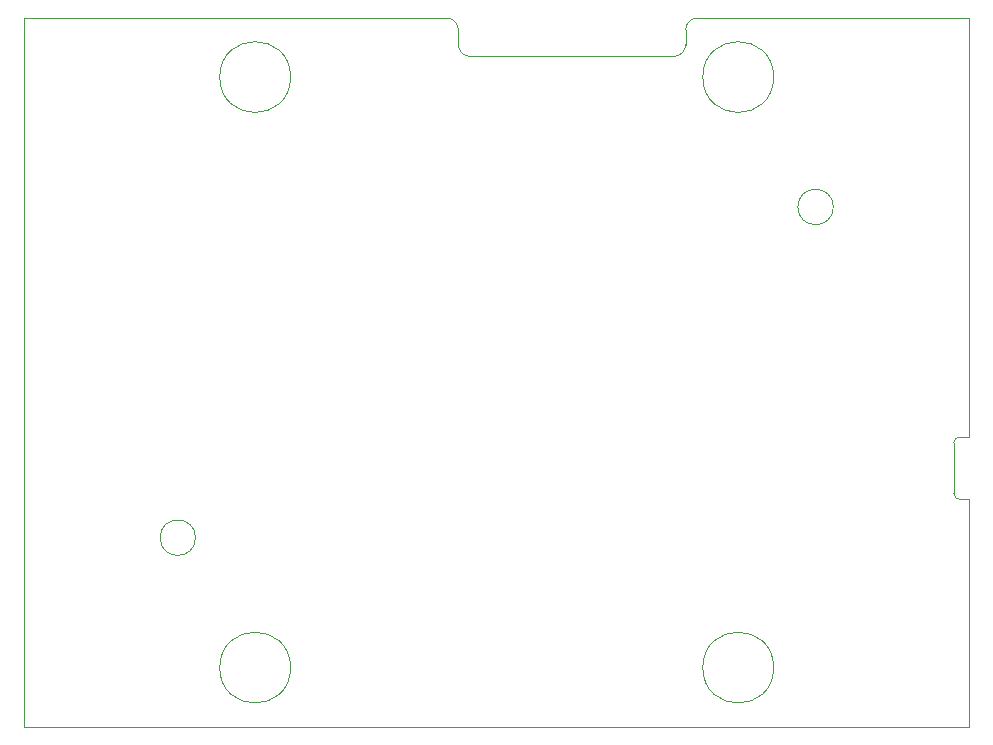
<source format=gbr>
%TF.GenerationSoftware,KiCad,Pcbnew,7.0.7*%
%TF.CreationDate,2024-07-14T10:34:44+05:00*%
%TF.ProjectId,ZXMagic F411,5a584d61-6769-4632-9046-3431312e6b69,rev?*%
%TF.SameCoordinates,Original*%
%TF.FileFunction,Profile,NP*%
%FSLAX46Y46*%
G04 Gerber Fmt 4.6, Leading zero omitted, Abs format (unit mm)*
G04 Created by KiCad (PCBNEW 7.0.7) date 2024-07-14 10:34:44*
%MOMM*%
%LPD*%
G01*
G04 APERTURE LIST*
%TA.AperFunction,Profile*%
%ADD10C,0.100000*%
%TD*%
G04 APERTURE END LIST*
D10*
X96750000Y-21000000D02*
G75*
G03*
X95750000Y-20000000I-1000000J0D01*
G01*
X117000000Y-20000000D02*
G75*
G03*
X116000000Y-21000000I0J-1000000D01*
G01*
X138700000Y-55970000D02*
X138700000Y-60260000D01*
X140000000Y-20000000D02*
X140000000Y-55470000D01*
X82550000Y-25000000D02*
G75*
G03*
X82550000Y-25000000I-3000000J0D01*
G01*
X140000000Y-20000000D02*
X117000000Y-20000000D01*
X74500000Y-64000000D02*
G75*
G03*
X74500000Y-64000000I-1500000J0D01*
G01*
X139200000Y-55470000D02*
X140000000Y-55470000D01*
X140000000Y-80000000D02*
X140000000Y-60760000D01*
X96750000Y-22250000D02*
X96750000Y-21000000D01*
X128500000Y-36000000D02*
G75*
G03*
X128500000Y-36000000I-1500000J0D01*
G01*
X60000000Y-80000000D02*
X140000000Y-80000000D01*
X139200000Y-60760000D02*
X140000000Y-60760000D01*
X96750000Y-22250000D02*
G75*
G03*
X97750000Y-23250000I1000000J0D01*
G01*
X139200000Y-55470000D02*
G75*
G03*
X138700000Y-55970000I0J-500000D01*
G01*
X97750000Y-23250000D02*
X115000000Y-23250000D01*
X115000000Y-23250000D02*
G75*
G03*
X116000000Y-22250000I0J1000000D01*
G01*
X116000000Y-22250000D02*
X116000000Y-21000000D01*
X123450000Y-25000000D02*
G75*
G03*
X123450000Y-25000000I-3000000J0D01*
G01*
X123450000Y-75000000D02*
G75*
G03*
X123450000Y-75000000I-3000000J0D01*
G01*
X82550000Y-75000000D02*
G75*
G03*
X82550000Y-75000000I-3000000J0D01*
G01*
X60000000Y-20000000D02*
X60000000Y-80000000D01*
X60000000Y-20000000D02*
X95750000Y-20000000D01*
X138700000Y-60260000D02*
G75*
G03*
X139200000Y-60760000I500000J0D01*
G01*
M02*

</source>
